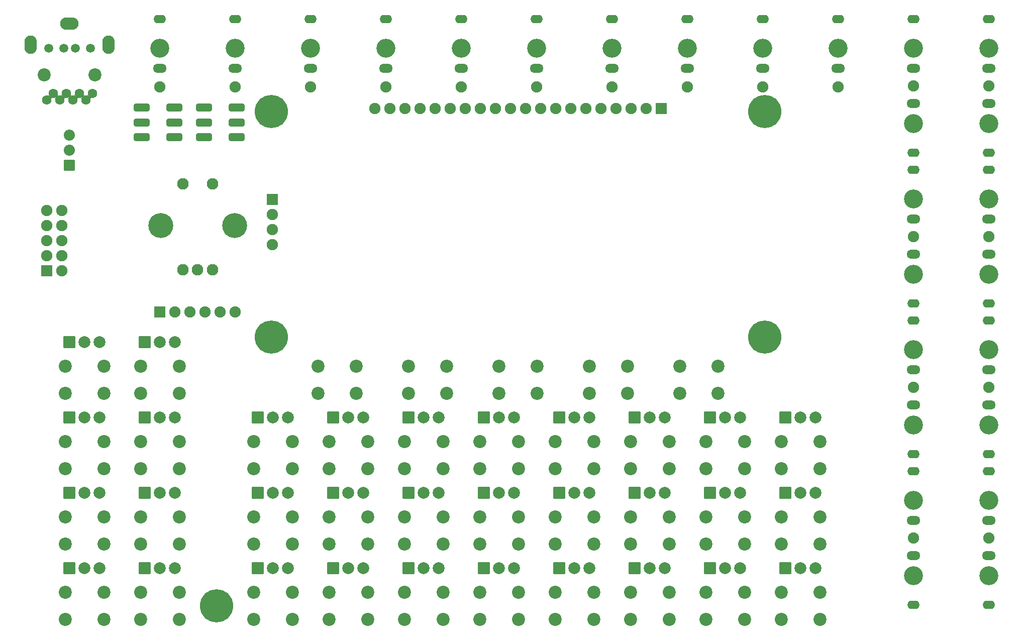
<source format=gbs>
G04 #@! TF.GenerationSoftware,KiCad,Pcbnew,6.0.1-79c1e3a40b~116~ubuntu21.04.1*
G04 #@! TF.CreationDate,2023-10-19T20:46:09+02:00*
G04 #@! TF.ProjectId,sequencer,73657175-656e-4636-9572-2e6b69636164,1.1*
G04 #@! TF.SameCoordinates,Original*
G04 #@! TF.FileFunction,Soldermask,Bot*
G04 #@! TF.FilePolarity,Negative*
%FSLAX46Y46*%
G04 Gerber Fmt 4.6, Leading zero omitted, Abs format (unit mm)*
G04 Created by KiCad (PCBNEW 6.0.1-79c1e3a40b~116~ubuntu21.04.1) date 2023-10-19 20:46:09*
%MOMM*%
%LPD*%
G01*
G04 APERTURE LIST*
G04 Aperture macros list*
%AMRoundRect*
0 Rectangle with rounded corners*
0 $1 Rounding radius*
0 $2 $3 $4 $5 $6 $7 $8 $9 X,Y pos of 4 corners*
0 Add a 4 corners polygon primitive as box body*
4,1,4,$2,$3,$4,$5,$6,$7,$8,$9,$2,$3,0*
0 Add four circle primitives for the rounded corners*
1,1,$1+$1,$2,$3*
1,1,$1+$1,$4,$5*
1,1,$1+$1,$6,$7*
1,1,$1+$1,$8,$9*
0 Add four rect primitives between the rounded corners*
20,1,$1+$1,$2,$3,$4,$5,0*
20,1,$1+$1,$4,$5,$6,$7,0*
20,1,$1+$1,$6,$7,$8,$9,0*
20,1,$1+$1,$8,$9,$2,$3,0*%
G04 Aperture macros list end*
%ADD10C,2.200000*%
%ADD11RoundRect,0.100000X-0.900000X-0.900000X0.900000X-0.900000X0.900000X0.900000X-0.900000X0.900000X0*%
%ADD12C,2.000000*%
%ADD13C,1.950000*%
%ADD14O,4.200000X4.200000*%
%ADD15C,5.600000*%
%ADD16RoundRect,0.100000X-0.850000X0.850000X-0.850000X-0.850000X0.850000X-0.850000X0.850000X0.850000X0*%
%ADD17O,1.900000X1.900000*%
%ADD18C,1.600000*%
%ADD19C,1.500000*%
%ADD20O,2.100000X3.100000*%
%ADD21O,3.100000X2.100000*%
%ADD22C,3.200000*%
%ADD23O,2.100000X1.400000*%
%ADD24O,2.300000X1.500000*%
%ADD25RoundRect,0.100000X0.838200X-0.838200X0.838200X0.838200X-0.838200X0.838200X-0.838200X-0.838200X0*%
%ADD26C,1.876400*%
%ADD27RoundRect,0.100000X-0.850000X-0.850000X0.850000X-0.850000X0.850000X0.850000X-0.850000X0.850000X0*%
%ADD28RoundRect,0.400000X-0.950000X0.300000X-0.950000X-0.300000X0.950000X-0.300000X0.950000X0.300000X0*%
%ADD29RoundRect,0.100000X0.850000X0.850000X-0.850000X0.850000X-0.850000X-0.850000X0.850000X-0.850000X0*%
G04 APERTURE END LIST*
D10*
X128195000Y-103850000D03*
X134695000Y-103850000D03*
X128195000Y-99350000D03*
X134695000Y-99350000D03*
X143435000Y-103850000D03*
X149935000Y-103850000D03*
X143435000Y-99350000D03*
X149935000Y-99350000D03*
X158675000Y-103850000D03*
X165175000Y-103850000D03*
X158675000Y-99350000D03*
X165175000Y-99350000D03*
X173915000Y-103850000D03*
X180415000Y-103850000D03*
X173915000Y-99350000D03*
X180415000Y-99350000D03*
X189155000Y-103850000D03*
X195655000Y-103850000D03*
X189155000Y-99350000D03*
X195655000Y-99350000D03*
X85650000Y-103850000D03*
X92150000Y-103850000D03*
X85650000Y-99350000D03*
X92150000Y-99350000D03*
X98350000Y-103850000D03*
X104850000Y-103850000D03*
X98350000Y-99350000D03*
X104850000Y-99350000D03*
X85650000Y-116550000D03*
X92150000Y-116550000D03*
X85650000Y-112050000D03*
X92150000Y-112050000D03*
X98350000Y-116550000D03*
X104850000Y-116550000D03*
X98350000Y-112050000D03*
X104850000Y-112050000D03*
X85650000Y-129250000D03*
X92150000Y-129250000D03*
X85650000Y-124750000D03*
X92150000Y-124750000D03*
X98350000Y-129250000D03*
X104850000Y-129250000D03*
X98350000Y-124750000D03*
X104850000Y-124750000D03*
X85650000Y-141950000D03*
X92150000Y-141950000D03*
X85650000Y-137450000D03*
X92150000Y-137450000D03*
X98350000Y-141950000D03*
X104850000Y-141950000D03*
X98350000Y-137450000D03*
X104850000Y-137450000D03*
X117400000Y-116550000D03*
X123900000Y-116550000D03*
X117400000Y-112050000D03*
X123900000Y-112050000D03*
X130100000Y-116550000D03*
X136600000Y-116550000D03*
X130100000Y-112050000D03*
X136600000Y-112050000D03*
X142800000Y-116550000D03*
X149300000Y-116550000D03*
X142800000Y-112050000D03*
X149300000Y-112050000D03*
X155500000Y-116550000D03*
X162000000Y-116550000D03*
X155500000Y-112050000D03*
X162000000Y-112050000D03*
X168200000Y-116550000D03*
X174700000Y-116550000D03*
X168200000Y-112050000D03*
X174700000Y-112050000D03*
X180900000Y-116550000D03*
X187400000Y-116550000D03*
X180900000Y-112050000D03*
X187400000Y-112050000D03*
X193600000Y-116550000D03*
X200100000Y-116550000D03*
X193600000Y-112050000D03*
X200100000Y-112050000D03*
X206300000Y-116550000D03*
X212800000Y-116550000D03*
X206300000Y-112050000D03*
X212800000Y-112050000D03*
X117400000Y-129250000D03*
X123900000Y-129250000D03*
X117400000Y-124750000D03*
X123900000Y-124750000D03*
X130100000Y-129250000D03*
X136600000Y-129250000D03*
X130100000Y-124750000D03*
X136600000Y-124750000D03*
X142800000Y-129250000D03*
X149300000Y-129250000D03*
X142800000Y-124750000D03*
X149300000Y-124750000D03*
X155500000Y-129250000D03*
X162000000Y-129250000D03*
X155500000Y-124750000D03*
X162000000Y-124750000D03*
X168200000Y-129250000D03*
X174700000Y-129250000D03*
X168200000Y-124750000D03*
X174700000Y-124750000D03*
X180900000Y-129250000D03*
X187400000Y-129250000D03*
X180900000Y-124750000D03*
X187400000Y-124750000D03*
X193600000Y-129250000D03*
X200100000Y-129250000D03*
X193600000Y-124750000D03*
X200100000Y-124750000D03*
X206300000Y-129250000D03*
X212800000Y-129250000D03*
X206300000Y-124750000D03*
X212800000Y-124750000D03*
X117400000Y-141950000D03*
X123900000Y-141950000D03*
X117400000Y-137450000D03*
X123900000Y-137450000D03*
X130100000Y-141950000D03*
X136600000Y-141950000D03*
X130100000Y-137450000D03*
X136600000Y-137450000D03*
X142800000Y-141950000D03*
X149300000Y-141950000D03*
X142800000Y-137450000D03*
X149300000Y-137450000D03*
X155500000Y-141950000D03*
X162000000Y-141950000D03*
X155500000Y-137450000D03*
X162000000Y-137450000D03*
X168200000Y-141950000D03*
X174700000Y-141950000D03*
X168200000Y-137450000D03*
X174700000Y-137450000D03*
X180900000Y-141950000D03*
X187400000Y-141950000D03*
X180900000Y-137450000D03*
X187400000Y-137450000D03*
X193600000Y-141950000D03*
X200100000Y-141950000D03*
X193600000Y-137450000D03*
X200100000Y-137450000D03*
X206300000Y-141950000D03*
X212800000Y-141950000D03*
X206300000Y-137450000D03*
X212800000Y-137450000D03*
D11*
X86360000Y-95250000D03*
D12*
X88900000Y-95250000D03*
X91440000Y-95250000D03*
D11*
X99060000Y-95250000D03*
D12*
X101600000Y-95250000D03*
X104140000Y-95250000D03*
D11*
X86360000Y-107950000D03*
D12*
X88900000Y-107950000D03*
X91440000Y-107950000D03*
D11*
X99060000Y-107950000D03*
D12*
X101600000Y-107950000D03*
X104140000Y-107950000D03*
D11*
X86360000Y-120650000D03*
D12*
X88900000Y-120650000D03*
X91440000Y-120650000D03*
D11*
X99060000Y-120650000D03*
D12*
X101600000Y-120650000D03*
X104140000Y-120650000D03*
D11*
X86360000Y-133350000D03*
D12*
X88900000Y-133350000D03*
X91440000Y-133350000D03*
D11*
X99060000Y-133350000D03*
D12*
X101600000Y-133350000D03*
X104140000Y-133350000D03*
D11*
X118110000Y-107950000D03*
D12*
X120650000Y-107950000D03*
X123190000Y-107950000D03*
D11*
X130810000Y-107950000D03*
D12*
X133350000Y-107950000D03*
X135890000Y-107950000D03*
D11*
X143510000Y-107950000D03*
D12*
X146050000Y-107950000D03*
X148590000Y-107950000D03*
D11*
X156210000Y-107950000D03*
D12*
X158750000Y-107950000D03*
X161290000Y-107950000D03*
D11*
X168910000Y-107950000D03*
D12*
X171450000Y-107950000D03*
X173990000Y-107950000D03*
D11*
X181610000Y-107950000D03*
D12*
X184150000Y-107950000D03*
X186690000Y-107950000D03*
D11*
X194310000Y-107950000D03*
D12*
X196850000Y-107950000D03*
X199390000Y-107950000D03*
D11*
X207010000Y-107950000D03*
D12*
X209550000Y-107950000D03*
X212090000Y-107950000D03*
D11*
X118110000Y-120650000D03*
D12*
X120650000Y-120650000D03*
X123190000Y-120650000D03*
D11*
X130810000Y-120650000D03*
D12*
X133350000Y-120650000D03*
X135890000Y-120650000D03*
D11*
X143510000Y-120650000D03*
D12*
X146050000Y-120650000D03*
X148590000Y-120650000D03*
D11*
X156210000Y-120650000D03*
D12*
X158750000Y-120650000D03*
X161290000Y-120650000D03*
D11*
X168910000Y-120650000D03*
D12*
X171450000Y-120650000D03*
X173990000Y-120650000D03*
D11*
X181610000Y-120650000D03*
D12*
X184150000Y-120650000D03*
X186690000Y-120650000D03*
D11*
X194310000Y-120650000D03*
D12*
X196850000Y-120650000D03*
X199390000Y-120650000D03*
D11*
X207010000Y-120650000D03*
D12*
X209550000Y-120650000D03*
X212090000Y-120650000D03*
D11*
X118110000Y-133350000D03*
D12*
X120650000Y-133350000D03*
X123190000Y-133350000D03*
D11*
X130810000Y-133350000D03*
D12*
X133350000Y-133350000D03*
X135890000Y-133350000D03*
D11*
X143510000Y-133350000D03*
D12*
X146050000Y-133350000D03*
X148590000Y-133350000D03*
D11*
X156210000Y-133350000D03*
D12*
X158750000Y-133350000D03*
X161290000Y-133350000D03*
D11*
X168910000Y-133350000D03*
D12*
X171450000Y-133350000D03*
X173990000Y-133350000D03*
D11*
X181610000Y-133350000D03*
D12*
X184150000Y-133350000D03*
X186690000Y-133350000D03*
D11*
X194310000Y-133350000D03*
D12*
X196850000Y-133350000D03*
X199390000Y-133350000D03*
D11*
X207010000Y-133350000D03*
D12*
X209550000Y-133350000D03*
X212090000Y-133350000D03*
D13*
X105450000Y-83065000D03*
X110450000Y-83065000D03*
X107950000Y-83065000D03*
X105450000Y-68565000D03*
X110450000Y-68565000D03*
D14*
X114150000Y-75565000D03*
X101750000Y-75565000D03*
D15*
X203525000Y-56380000D03*
X120325000Y-56380000D03*
X120325000Y-94380000D03*
X203525000Y-94380000D03*
D16*
X186055000Y-55880000D03*
D17*
X183515000Y-55880000D03*
X180975000Y-55880000D03*
X178435000Y-55880000D03*
X175895000Y-55880000D03*
X173355000Y-55880000D03*
X170815000Y-55880000D03*
X168275000Y-55880000D03*
X165735000Y-55880000D03*
X163195000Y-55880000D03*
X160655000Y-55880000D03*
X158115000Y-55880000D03*
X155575000Y-55880000D03*
X153035000Y-55880000D03*
X150495000Y-55880000D03*
X147955000Y-55880000D03*
X145415000Y-55880000D03*
X142875000Y-55880000D03*
X140335000Y-55880000D03*
X137795000Y-55880000D03*
D18*
X90210000Y-53340000D03*
X89110000Y-54440000D03*
X88010000Y-53340000D03*
X86910000Y-54440000D03*
X85810000Y-53340000D03*
X84710000Y-54440000D03*
X83610000Y-53340000D03*
X82510000Y-54440000D03*
D10*
X82060000Y-50170000D03*
X90660000Y-50170000D03*
D19*
X82860000Y-45720000D03*
X85360000Y-45720000D03*
X87360000Y-45720000D03*
X89860000Y-45720000D03*
D20*
X79790000Y-45120000D03*
D21*
X86360000Y-41540000D03*
D20*
X92930000Y-45120000D03*
D22*
X127000000Y-45720000D03*
D17*
X127000000Y-52220000D03*
D23*
X127000000Y-40820000D03*
D24*
X127000000Y-49120000D03*
D22*
X152400000Y-45720000D03*
D17*
X152400000Y-52220000D03*
D23*
X152400000Y-40820000D03*
D24*
X152400000Y-49120000D03*
D22*
X241300000Y-45720000D03*
D17*
X241300000Y-52070000D03*
D23*
X241300000Y-40820000D03*
D24*
X241300000Y-49120000D03*
D22*
X241300000Y-58420000D03*
D17*
X241300000Y-52070000D03*
D23*
X241300000Y-63320000D03*
D24*
X241300000Y-55020000D03*
D22*
X241300000Y-71120000D03*
D17*
X241300000Y-77470000D03*
D23*
X241300000Y-66220000D03*
D24*
X241300000Y-74520000D03*
D22*
X241300000Y-83820000D03*
D17*
X241300000Y-77470000D03*
D23*
X241300000Y-88720000D03*
D24*
X241300000Y-80420000D03*
D22*
X241300000Y-96520000D03*
D17*
X241300000Y-102870000D03*
D23*
X241300000Y-91620000D03*
D24*
X241300000Y-99920000D03*
D22*
X241300000Y-109220000D03*
D17*
X241300000Y-102870000D03*
D23*
X241300000Y-114120000D03*
D24*
X241300000Y-105820000D03*
D22*
X241300000Y-121920000D03*
D17*
X241300000Y-128270000D03*
D23*
X241300000Y-117020000D03*
D24*
X241300000Y-125320000D03*
D22*
X241300000Y-134620000D03*
D17*
X241300000Y-128270000D03*
D23*
X241300000Y-139520000D03*
D24*
X241300000Y-131220000D03*
D22*
X177800000Y-45720000D03*
D17*
X177800000Y-52220000D03*
D23*
X177800000Y-40820000D03*
D24*
X177800000Y-49120000D03*
D22*
X190500000Y-45720000D03*
D17*
X190500000Y-52220000D03*
D23*
X190500000Y-40820000D03*
D24*
X190500000Y-49120000D03*
D22*
X203200000Y-45720000D03*
D17*
X203200000Y-52220000D03*
D23*
X203200000Y-40820000D03*
D24*
X203200000Y-49120000D03*
D22*
X215900000Y-45720000D03*
D17*
X215900000Y-52220000D03*
D23*
X215900000Y-40820000D03*
D24*
X215900000Y-49120000D03*
D22*
X228600000Y-45720000D03*
D17*
X228600000Y-52070000D03*
D23*
X228600000Y-40820000D03*
D24*
X228600000Y-49120000D03*
D22*
X228600000Y-58420000D03*
D17*
X228600000Y-52070000D03*
D23*
X228600000Y-63320000D03*
D24*
X228600000Y-55020000D03*
D22*
X228600000Y-71120000D03*
D17*
X228600000Y-77470000D03*
D23*
X228600000Y-66220000D03*
D24*
X228600000Y-74520000D03*
D22*
X228600000Y-83820000D03*
D17*
X228600000Y-77470000D03*
D23*
X228600000Y-88720000D03*
D24*
X228600000Y-80420000D03*
D22*
X228600000Y-96520000D03*
D17*
X228600000Y-102870000D03*
D23*
X228600000Y-91620000D03*
D24*
X228600000Y-99920000D03*
D22*
X228600000Y-109220000D03*
D17*
X228600000Y-102870000D03*
D23*
X228600000Y-114120000D03*
D24*
X228600000Y-105820000D03*
D22*
X228600000Y-121920000D03*
D17*
X228600000Y-128270000D03*
D23*
X228600000Y-117020000D03*
D24*
X228600000Y-125320000D03*
D22*
X228600000Y-134620000D03*
D17*
X228600000Y-128270000D03*
D23*
X228600000Y-139520000D03*
D24*
X228600000Y-131220000D03*
D22*
X101600000Y-45720000D03*
D24*
X101600000Y-49120000D03*
D17*
X101600000Y-52220000D03*
D23*
X101600000Y-40820000D03*
D22*
X114300000Y-45720000D03*
D24*
X114300000Y-49120000D03*
D17*
X114300000Y-52220000D03*
D23*
X114300000Y-40820000D03*
D22*
X139700000Y-45720000D03*
D17*
X139700000Y-52220000D03*
D23*
X139700000Y-40820000D03*
D24*
X139700000Y-49120000D03*
D22*
X165100000Y-45720000D03*
D17*
X165100000Y-52220000D03*
D23*
X165100000Y-40820000D03*
D24*
X165100000Y-49120000D03*
D15*
X111125000Y-139700000D03*
D25*
X86360000Y-65405000D03*
D26*
X86360000Y-62865000D03*
X86360000Y-60325000D03*
D27*
X82550000Y-83185000D03*
D17*
X85090000Y-83185000D03*
X82550000Y-80645000D03*
X85090000Y-80645000D03*
X82550000Y-78105000D03*
X85090000Y-78105000D03*
X82550000Y-75565000D03*
X85090000Y-75565000D03*
X82550000Y-73025000D03*
X85090000Y-73025000D03*
D16*
X101600000Y-90170000D03*
D17*
X104140000Y-90170000D03*
X106680000Y-90170000D03*
X109220000Y-90170000D03*
X111760000Y-90170000D03*
X114300000Y-90170000D03*
D28*
X109000000Y-55720000D03*
X109000000Y-58220000D03*
X109000000Y-60720000D03*
X114500000Y-55720000D03*
X114500000Y-58220000D03*
X114500000Y-60720000D03*
X98500000Y-55720000D03*
X98500000Y-58220000D03*
X98500000Y-60720000D03*
X104000000Y-55720000D03*
X104000000Y-58220000D03*
X104000000Y-60720000D03*
D29*
X120500000Y-71170000D03*
D17*
X120500000Y-73710000D03*
X120500000Y-76250000D03*
X120500000Y-78790000D03*
G36*
X86244938Y-54007444D02*
G01*
X86244619Y-54008555D01*
X86195233Y-54085187D01*
X86134387Y-54252358D01*
X86122680Y-54345028D01*
X86121471Y-54346621D01*
X86119487Y-54346370D01*
X86118707Y-54344568D01*
X86127334Y-54262494D01*
X86125771Y-54261358D01*
X86125599Y-54260488D01*
X86127125Y-54207102D01*
X86091361Y-54147790D01*
X86029120Y-54117186D01*
X85994979Y-54117836D01*
X85993228Y-54116869D01*
X85993190Y-54114869D01*
X85994323Y-54113934D01*
X86139652Y-54066715D01*
X86241914Y-54005754D01*
X86243914Y-54005726D01*
X86244938Y-54007444D01*
G37*
G36*
X84044938Y-54007444D02*
G01*
X84044619Y-54008555D01*
X83995233Y-54085187D01*
X83934387Y-54252358D01*
X83922680Y-54345028D01*
X83921471Y-54346621D01*
X83919487Y-54346370D01*
X83918707Y-54344568D01*
X83927334Y-54262494D01*
X83925771Y-54261358D01*
X83925599Y-54260488D01*
X83927125Y-54207102D01*
X83891361Y-54147790D01*
X83829120Y-54117186D01*
X83794979Y-54117836D01*
X83793228Y-54116869D01*
X83793190Y-54114869D01*
X83794323Y-54113934D01*
X83939652Y-54066715D01*
X84041914Y-54005754D01*
X84043914Y-54005726D01*
X84044938Y-54007444D01*
G37*
G36*
X88444938Y-54007444D02*
G01*
X88444619Y-54008555D01*
X88395233Y-54085187D01*
X88334387Y-54252358D01*
X88322680Y-54345028D01*
X88321471Y-54346621D01*
X88319487Y-54346370D01*
X88318707Y-54344568D01*
X88327334Y-54262494D01*
X88325771Y-54261358D01*
X88325599Y-54260488D01*
X88327125Y-54207102D01*
X88291361Y-54147790D01*
X88229120Y-54117186D01*
X88194979Y-54117836D01*
X88193228Y-54116869D01*
X88193190Y-54114869D01*
X88194323Y-54113934D01*
X88339652Y-54066715D01*
X88441914Y-54005754D01*
X88443914Y-54005726D01*
X88444938Y-54007444D01*
G37*
G36*
X83177663Y-54004802D02*
G01*
X83250205Y-54052272D01*
X83416952Y-54114285D01*
X83423710Y-54115187D01*
X83425294Y-54116407D01*
X83425030Y-54118389D01*
X83423597Y-54119163D01*
X83368249Y-54123385D01*
X83313005Y-54165154D01*
X83289075Y-54230255D01*
X83292833Y-54260461D01*
X83292528Y-54261181D01*
X83301069Y-54342439D01*
X83300256Y-54344266D01*
X83298267Y-54344475D01*
X83297092Y-54342871D01*
X83288156Y-54263206D01*
X83229650Y-54095199D01*
X83174872Y-54007536D01*
X83174802Y-54005537D01*
X83176498Y-54004477D01*
X83177663Y-54004802D01*
G37*
G36*
X87577663Y-54004802D02*
G01*
X87650205Y-54052272D01*
X87816952Y-54114285D01*
X87823710Y-54115187D01*
X87825294Y-54116407D01*
X87825030Y-54118389D01*
X87823597Y-54119163D01*
X87768249Y-54123385D01*
X87713005Y-54165154D01*
X87689075Y-54230255D01*
X87692833Y-54260461D01*
X87692528Y-54261181D01*
X87701069Y-54342439D01*
X87700256Y-54344266D01*
X87698267Y-54344475D01*
X87697092Y-54342871D01*
X87688156Y-54263206D01*
X87629650Y-54095199D01*
X87574872Y-54007536D01*
X87574802Y-54005537D01*
X87576498Y-54004477D01*
X87577663Y-54004802D01*
G37*
G36*
X89777663Y-54004802D02*
G01*
X89850205Y-54052272D01*
X90016952Y-54114285D01*
X90023710Y-54115187D01*
X90025294Y-54116407D01*
X90025030Y-54118389D01*
X90023597Y-54119163D01*
X89968249Y-54123385D01*
X89913005Y-54165154D01*
X89889075Y-54230255D01*
X89892833Y-54260461D01*
X89892528Y-54261181D01*
X89901069Y-54342439D01*
X89900256Y-54344266D01*
X89898267Y-54344475D01*
X89897092Y-54342871D01*
X89888156Y-54263206D01*
X89829650Y-54095199D01*
X89774872Y-54007536D01*
X89774802Y-54005537D01*
X89776498Y-54004477D01*
X89777663Y-54004802D01*
G37*
G36*
X85377663Y-54004802D02*
G01*
X85450205Y-54052272D01*
X85616952Y-54114285D01*
X85623710Y-54115187D01*
X85625294Y-54116407D01*
X85625030Y-54118389D01*
X85623597Y-54119163D01*
X85568249Y-54123385D01*
X85513005Y-54165154D01*
X85489075Y-54230255D01*
X85492833Y-54260461D01*
X85492528Y-54261181D01*
X85501069Y-54342439D01*
X85500256Y-54344266D01*
X85498267Y-54344475D01*
X85497092Y-54342871D01*
X85488156Y-54263206D01*
X85429650Y-54095199D01*
X85374872Y-54007536D01*
X85374802Y-54005537D01*
X85376498Y-54004477D01*
X85377663Y-54004802D01*
G37*
G36*
X82830385Y-53508720D02*
G01*
X82885605Y-53674718D01*
X82944561Y-53772065D01*
X82944603Y-53774065D01*
X82942892Y-53775101D01*
X82941778Y-53774790D01*
X82859812Y-53722773D01*
X82696612Y-53664660D01*
X82695316Y-53663137D01*
X82695987Y-53661253D01*
X82697131Y-53660782D01*
X82751751Y-53656615D01*
X82806995Y-53614846D01*
X82830925Y-53549745D01*
X82827167Y-53519539D01*
X82827471Y-53518819D01*
X82826498Y-53509560D01*
X82827311Y-53507733D01*
X82829300Y-53507524D01*
X82830385Y-53508720D01*
G37*
G36*
X87230385Y-53508720D02*
G01*
X87285605Y-53674718D01*
X87344561Y-53772065D01*
X87344603Y-53774065D01*
X87342892Y-53775101D01*
X87341778Y-53774790D01*
X87259812Y-53722773D01*
X87096612Y-53664660D01*
X87095316Y-53663137D01*
X87095987Y-53661253D01*
X87097131Y-53660782D01*
X87151751Y-53656615D01*
X87206995Y-53614846D01*
X87230925Y-53549745D01*
X87227167Y-53519539D01*
X87227471Y-53518819D01*
X87226498Y-53509560D01*
X87227311Y-53507733D01*
X87229300Y-53507524D01*
X87230385Y-53508720D01*
G37*
G36*
X89430385Y-53508720D02*
G01*
X89485605Y-53674718D01*
X89544561Y-53772065D01*
X89544603Y-53774065D01*
X89542892Y-53775101D01*
X89541778Y-53774790D01*
X89459812Y-53722773D01*
X89296612Y-53664660D01*
X89295316Y-53663137D01*
X89295987Y-53661253D01*
X89297131Y-53660782D01*
X89351751Y-53656615D01*
X89406995Y-53614846D01*
X89430925Y-53549745D01*
X89427167Y-53519539D01*
X89427471Y-53518819D01*
X89426498Y-53509560D01*
X89427311Y-53507733D01*
X89429300Y-53507524D01*
X89430385Y-53508720D01*
G37*
G36*
X85030385Y-53508720D02*
G01*
X85085605Y-53674718D01*
X85144561Y-53772065D01*
X85144603Y-53774065D01*
X85142892Y-53775101D01*
X85141778Y-53774790D01*
X85059812Y-53722773D01*
X84896612Y-53664660D01*
X84895316Y-53663137D01*
X84895987Y-53661253D01*
X84897131Y-53660782D01*
X84951751Y-53656615D01*
X85006995Y-53614846D01*
X85030925Y-53549745D01*
X85027167Y-53519539D01*
X85027471Y-53518819D01*
X85026498Y-53509560D01*
X85027311Y-53507733D01*
X85029300Y-53507524D01*
X85030385Y-53508720D01*
G37*
G36*
X84400116Y-53437628D02*
G01*
X84400874Y-53439413D01*
X84392666Y-53517506D01*
X84394229Y-53518642D01*
X84394401Y-53519512D01*
X84392875Y-53572898D01*
X84428639Y-53632210D01*
X84490880Y-53662814D01*
X84521835Y-53662224D01*
X84523586Y-53663191D01*
X84523624Y-53665191D01*
X84522518Y-53666117D01*
X84370233Y-53717959D01*
X84277753Y-53774853D01*
X84275754Y-53774909D01*
X84274706Y-53773206D01*
X84275039Y-53772043D01*
X84319743Y-53704758D01*
X84382917Y-53538452D01*
X84396904Y-53438926D01*
X84398136Y-53437350D01*
X84400116Y-53437628D01*
G37*
G36*
X88800116Y-53437628D02*
G01*
X88800874Y-53439413D01*
X88792666Y-53517506D01*
X88794229Y-53518642D01*
X88794401Y-53519512D01*
X88792875Y-53572898D01*
X88828639Y-53632210D01*
X88890880Y-53662814D01*
X88921835Y-53662224D01*
X88923586Y-53663191D01*
X88923624Y-53665191D01*
X88922518Y-53666117D01*
X88770233Y-53717959D01*
X88677753Y-53774853D01*
X88675754Y-53774909D01*
X88674706Y-53773206D01*
X88675039Y-53772043D01*
X88719743Y-53704758D01*
X88782917Y-53538452D01*
X88796904Y-53438926D01*
X88798136Y-53437350D01*
X88800116Y-53437628D01*
G37*
G36*
X86600116Y-53437628D02*
G01*
X86600874Y-53439413D01*
X86592666Y-53517506D01*
X86594229Y-53518642D01*
X86594401Y-53519512D01*
X86592875Y-53572898D01*
X86628639Y-53632210D01*
X86690880Y-53662814D01*
X86721835Y-53662224D01*
X86723586Y-53663191D01*
X86723624Y-53665191D01*
X86722518Y-53666117D01*
X86570233Y-53717959D01*
X86477753Y-53774853D01*
X86475754Y-53774909D01*
X86474706Y-53773206D01*
X86475039Y-53772043D01*
X86519743Y-53704758D01*
X86582917Y-53538452D01*
X86596904Y-53438926D01*
X86598136Y-53437350D01*
X86600116Y-53437628D01*
G37*
M02*

</source>
